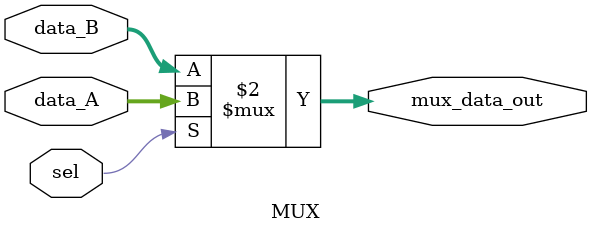
<source format=sv>
`include "define.svh"

module MUX (
    input [7:0] data_A,
    input [7:0] data_B,
    input sel,
    output logic[7:0] mux_data_out
);
     always_comb begin
        mux_data_out = sel ? data_A : data_B;
    end

endmodule
</source>
